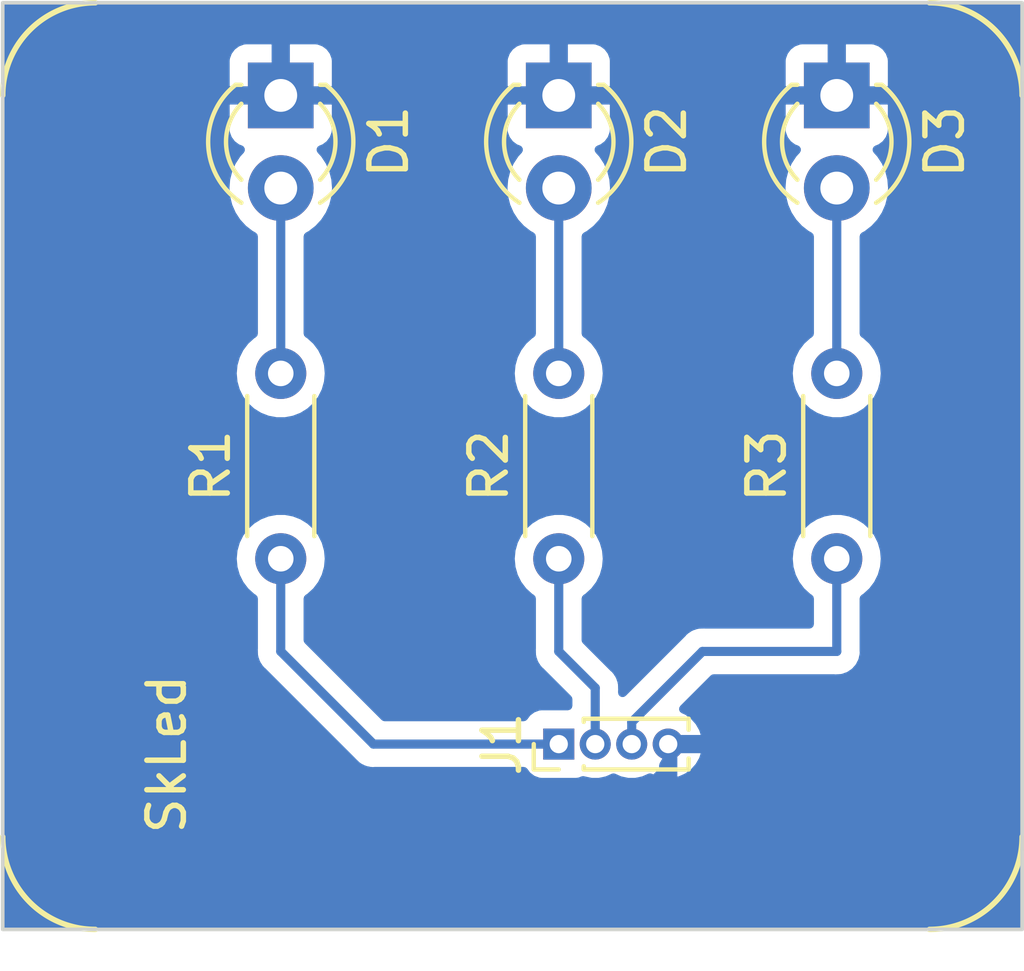
<source format=kicad_pcb>
(kicad_pcb (version 20221018) (generator pcbnew)
  (layers (0 "F.Cu" signal) (31 "B.Cu" signal) (34 "B.Paste" user) (35 "F.Paste" user) (36 "B.SilkS" user "B.Silkscreen") (37 "F.SilkS" user "F.Silkscreen") (38 "B.Mask" user) (39 "F.Mask" user) (44 "Edge.Cuts" user))
  (net 0 "")
  (net 1 "GND")
  (net 2 "Net-(D1-A)")
  (net 3 "Net-(D2-A)")
  (net 4 "Net-(D3-A)")
  (net 5 "Net-(J1-Pin_1)")
  (net 6 "Net-(J1-Pin_2)")
  (net 7 "Net-(J1-Pin_3)")
  (footprint "LED_THT:LED_D3.0mm" (layer "F.Cu") (at 104.14 63.5 -90)
    (fp_text reference "D1" (at 1.27 -2.96 90) (layer "F.SilkS"))
    (fp_text value "LED")
    (fp_line (start -0.29 -1.236) (end -0.29 -1.08) (stroke (width 0.12)) (layer "F.SilkS"))
    (fp_line (start -0.29 1.08) (end -0.29 1.236) (stroke (width 0.12)) (layer "F.SilkS"))
    (fp_arc (start -0.29 -1.235516) (mid 1.366487 -1.987659) (end 2.942335 -1.078608) (stroke (width 0.12)) (layer "F.SilkS"))
    (fp_arc (start 0.229039 -1.08) (mid 1.270117 -1.5) (end 2.31113 -1.079837) (stroke (width 0.12)) (layer "F.SilkS"))
    (fp_arc (start 2.31113 1.079837) (mid 1.270117 1.5) (end 0.229039 1.08) (stroke (width 0.12)) (layer "F.SilkS"))
    (fp_arc (start 2.942335 1.078608) (mid 1.366487 1.987659) (end -0.29 1.235516) (stroke (width 0.12)) (layer "F.SilkS"))
    (pad "1" thru_hole rect (at 0 0 270) (size 1.8 1.8) (drill 0.9) (layers "*.Cu" "*.Mask") (net 1 "GND"))
    (pad "2" thru_hole circle (at 2.54 0 270) (size 1.8 1.8) (drill 0.9) (layers "*.Cu" "*.Mask") (net 2 "Net-(D1-A)"))
  )
  (footprint "LED_THT:LED_D3.0mm" (layer "F.Cu") (at 111.76 63.5 -90)
    (fp_text reference "D2" (at 1.27 -2.96 90) (layer "F.SilkS"))
    (fp_text value "LED")
    (fp_line (start -0.29 -1.236) (end -0.29 -1.08) (stroke (width 0.12)) (layer "F.SilkS"))
    (fp_line (start -0.29 1.08) (end -0.29 1.236) (stroke (width 0.12)) (layer "F.SilkS"))
    (fp_arc (start -0.29 -1.235516) (mid 1.366487 -1.987659) (end 2.942335 -1.078608) (stroke (width 0.12)) (layer "F.SilkS"))
    (fp_arc (start 0.229039 -1.08) (mid 1.270117 -1.5) (end 2.31113 -1.079837) (stroke (width 0.12)) (layer "F.SilkS"))
    (fp_arc (start 2.31113 1.079837) (mid 1.270117 1.5) (end 0.229039 1.08) (stroke (width 0.12)) (layer "F.SilkS"))
    (fp_arc (start 2.942335 1.078608) (mid 1.366487 1.987659) (end -0.29 1.235516) (stroke (width 0.12)) (layer "F.SilkS"))
    (pad "1" thru_hole rect (at 0 0 270) (size 1.8 1.8) (drill 0.9) (layers "*.Cu" "*.Mask") (net 1 "GND"))
    (pad "2" thru_hole circle (at 2.54 0 270) (size 1.8 1.8) (drill 0.9) (layers "*.Cu" "*.Mask") (net 3 "Net-(D2-A)"))
  )
  (footprint "LED_THT:LED_D3.0mm" (layer "F.Cu") (at 119.38 63.5 -90)
    (fp_text reference "D3" (at 1.27 -2.96 90) (layer "F.SilkS"))
    (fp_text value "LED")
    (fp_line (start -0.29 -1.236) (end -0.29 -1.08) (stroke (width 0.12)) (layer "F.SilkS"))
    (fp_line (start -0.29 1.08) (end -0.29 1.236) (stroke (width 0.12)) (layer "F.SilkS"))
    (fp_arc (start -0.29 -1.235516) (mid 1.366487 -1.987659) (end 2.942335 -1.078608) (stroke (width 0.12)) (layer "F.SilkS"))
    (fp_arc (start 0.229039 -1.08) (mid 1.270117 -1.5) (end 2.31113 -1.079837) (stroke (width 0.12)) (layer "F.SilkS"))
    (fp_arc (start 2.31113 1.079837) (mid 1.270117 1.5) (end 0.229039 1.08) (stroke (width 0.12)) (layer "F.SilkS"))
    (fp_arc (start 2.942335 1.078608) (mid 1.366487 1.987659) (end -0.29 1.235516) (stroke (width 0.12)) (layer "F.SilkS"))
    (pad "1" thru_hole rect (at 0 0 270) (size 1.8 1.8) (drill 0.9) (layers "*.Cu" "*.Mask") (net 1 "GND"))
    (pad "2" thru_hole circle (at 2.54 0 270) (size 1.8 1.8) (drill 0.9) (layers "*.Cu" "*.Mask") (net 4 "Net-(D3-A)"))
  )
  (footprint "Resistor_THT:R_Axial_DIN0204_L3.6mm_D1.6mm_P5.08mm_Horizontal" (layer "F.Cu") (at 119.38 76.2 90)
    (fp_text reference "R3" (at 2.54 -1.92 90) (layer "F.SilkS"))
    (fp_text value "R")
    (fp_line (start 0.62 -0.92) (end 4.46 -0.92) (stroke (width 0.12)) (layer "F.SilkS"))
    (fp_line (start 0.62 0.92) (end 4.46 0.92) (stroke (width 0.12)) (layer "F.SilkS"))
    (pad "1" thru_hole circle (at 0 0 90) (size 1.4 1.4) (drill 0.7) (layers "*.Cu" "*.Mask") (net 7 "Net-(J1-Pin_3)"))
    (pad "2" thru_hole oval (at 5.08 0 90) (size 1.4 1.4) (drill 0.7) (layers "*.Cu" "*.Mask") (net 4 "Net-(D3-A)"))
  )
  (footprint "Resistor_THT:R_Axial_DIN0204_L3.6mm_D1.6mm_P5.08mm_Horizontal" (layer "F.Cu") (at 111.76 76.2 90)
    (fp_text reference "R2" (at 2.54 -1.92 90) (layer "F.SilkS"))
    (fp_text value "R")
    (fp_line (start 0.62 -0.92) (end 4.46 -0.92) (stroke (width 0.12)) (layer "F.SilkS"))
    (fp_line (start 0.62 0.92) (end 4.46 0.92) (stroke (width 0.12)) (layer "F.SilkS"))
    (pad "1" thru_hole circle (at 0 0 90) (size 1.4 1.4) (drill 0.7) (layers "*.Cu" "*.Mask") (net 6 "Net-(J1-Pin_2)"))
    (pad "2" thru_hole oval (at 5.08 0 90) (size 1.4 1.4) (drill 0.7) (layers "*.Cu" "*.Mask") (net 3 "Net-(D2-A)"))
  )
  (footprint "Resistor_THT:R_Axial_DIN0204_L3.6mm_D1.6mm_P5.08mm_Horizontal" (layer "F.Cu") (at 104.14 76.2 90)
    (fp_text reference "R1" (at 2.54 -1.92 90) (layer "F.SilkS"))
    (fp_text value "R")
    (fp_line (start 0.62 -0.92) (end 4.46 -0.92) (stroke (width 0.12)) (layer "F.SilkS"))
    (fp_line (start 0.62 0.92) (end 4.46 0.92) (stroke (width 0.12)) (layer "F.SilkS"))
    (pad "1" thru_hole circle (at 0 0 90) (size 1.4 1.4) (drill 0.7) (layers "*.Cu" "*.Mask") (net 5 "Net-(J1-Pin_1)"))
    (pad "2" thru_hole oval (at 5.08 0 90) (size 1.4 1.4) (drill 0.7) (layers "*.Cu" "*.Mask") (net 2 "Net-(D1-A)"))
  )
  (footprint "Connector_PinHeader_1.00mm:PinHeader_1x04_P1.00mm_Vertical" (layer "F.Cu") (at 111.76 81.28 90)
    (fp_text reference "J1" (at 0 -1.56 90) (layer "F.SilkS"))
    (fp_text value "Conn_01x04_Pin")
    (fp_line (start -0.695 -0.685) (end 0 -0.685) (stroke (width 0.12)) (layer "F.SilkS"))
    (fp_line (start -0.695 0) (end -0.695 -0.685) (stroke (width 0.12)) (layer "F.SilkS"))
    (fp_line (start -0.695 0.685) (end -0.695 3.56) (stroke (width 0.12)) (layer "F.SilkS"))
    (fp_line (start -0.695 0.685) (end -0.608276 0.685) (stroke (width 0.12)) (layer "F.SilkS"))
    (fp_line (start -0.695 3.56) (end -0.394493 3.56) (stroke (width 0.12)) (layer "F.SilkS"))
    (fp_line (start 0.394493 3.56) (end 0.695 3.56) (stroke (width 0.12)) (layer "F.SilkS"))
    (fp_line (start 0.608276 0.685) (end 0.695 0.685) (stroke (width 0.12)) (layer "F.SilkS"))
    (fp_line (start 0.695 0.685) (end 0.695 3.56) (stroke (width 0.12)) (layer "F.SilkS"))
    (pad "1" thru_hole rect (at 0 0 90) (size 0.85 0.85) (drill 0.5) (layers "*.Cu" "*.Mask") (net 5 "Net-(J1-Pin_1)"))
    (pad "2" thru_hole oval (at 0 1 90) (size 0.85 0.85) (drill 0.5) (layers "*.Cu" "*.Mask") (net 6 "Net-(J1-Pin_2)"))
    (pad "3" thru_hole oval (at 0 2 90) (size 0.85 0.85) (drill 0.5) (layers "*.Cu" "*.Mask") (net 7 "Net-(J1-Pin_3)"))
    (pad "4" thru_hole oval (at 0 3 90) (size 0.85 0.85) (drill 0.5) (layers "*.Cu" "*.Mask") (net 1 "GND"))
  )
  (gr_arc (start 121.920001 60.960001) (mid 123.716052 61.703949) (end 124.46 63.5) (stroke (width 0.15)) (layer "F.SilkS"))
  (gr_arc (start 99.059999 86.359999) (mid 97.263948 85.616051) (end 96.52 83.82) (stroke (width 0.15)) (layer "F.SilkS"))
  (gr_arc (start 124.459999 83.820001) (mid 123.716051 85.616052) (end 121.92 86.36) (stroke (width 0.15)) (layer "F.SilkS"))
  (gr_arc (start 96.520003 63.500002) (mid 97.263951 61.703951) (end 99.060002 60.960003) (stroke (width 0.15)) (layer "F.SilkS"))
  (gr_poly (pts (xy 96.52 60.96) (xy 124.46 60.96) (xy 124.46 86.36) (xy 96.52 86.36)) (stroke (width 0.1)) (fill none) (layer "Edge.Cuts"))
  (gr_text "SkLed\n" (at 101.6 83.82 90) (layer "F.SilkS") (effects (font (size 1 1)) (justify left bottom)))
  (segment (start 99.185 76.325) (end 99.185 66.04) (width 0.25) (layer "B.Cu") (net 1))
  (segment (start 101.725 63.5) (end 104.14 63.5) (width 0.25) (layer "B.Cu") (net 1))
  (segment (start 112.94604 83.695) (end 106.555 83.695) (width 0.25) (layer "B.Cu") (net 1))
  (segment (start 119.38 63.5) (end 104.14 63.5) (width 0.25) (layer "B.Cu") (net 1))
  (segment (start 99.185 66.04) (end 101.725 63.5) (width 0.25) (layer "B.Cu") (net 1))
  (segment (start 114.76 81.28) (end 114.76 81.88104) (width 0.25) (layer "B.Cu") (net 1))
  (segment (start 106.555 83.695) (end 99.185 76.325) (width 0.25) (layer "B.Cu") (net 1))
  (segment (start 114.76 81.88104) (end 112.94604 83.695) (width 0.25) (layer "B.Cu") (net 1))
  (segment (start 104.14 71.12) (end 104.14 66.04) (width 0.25) (layer "B.Cu") (net 2))
  (segment (start 111.76 71.12) (end 111.76 66.04) (width 0.25) (layer "B.Cu") (net 3))
  (segment (start 119.38 71.12) (end 119.38 66.04) (width 0.25) (layer "B.Cu") (net 4))
  (segment (start 111.76 81.28) (end 106.68 81.28) (width 0.25) (layer "B.Cu") (net 5))
  (segment (start 104.14 78.74) (end 104.14 76.2) (width 0.25) (layer "B.Cu") (net 5))
  (segment (start 106.68 81.28) (end 104.14 78.74) (width 0.25) (layer "B.Cu") (net 5))
  (segment (start 112.76 79.74) (end 111.76 78.74) (width 0.25) (layer "B.Cu") (net 6))
  (segment (start 112.76 81.28) (end 112.76 79.74) (width 0.25) (layer "B.Cu") (net 6))
  (segment (start 111.76 78.74) (end 111.76 76.2) (width 0.25) (layer "B.Cu") (net 6))
  (segment (start 113.76 80.67896) (end 115.69896 78.74) (width 0.25) (layer "B.Cu") (net 7))
  (segment (start 115.69896 78.74) (end 119.38 78.74) (width 0.25) (layer "B.Cu") (net 7))
  (segment (start 113.76 81.28) (end 113.76 80.67896) (width 0.25) (layer "B.Cu") (net 7))
  (segment (start 119.38 78.74) (end 119.38 76.2) (width 0.25) (layer "B.Cu") (net 7))
  (zone (net 1) (net_name "GND") (layer "B.Cu") (connect_pads (clearance 0.5)) (min_thickness 0.25) (fill yes (thermal_gap 0.5) (thermal_bridge_width 0.5))
    (polygon (pts (xy 96.52 60.96) (xy 96.52 86.36) (xy 124.46 86.36) (xy 124.46 60.96)))
  )
)
</source>
